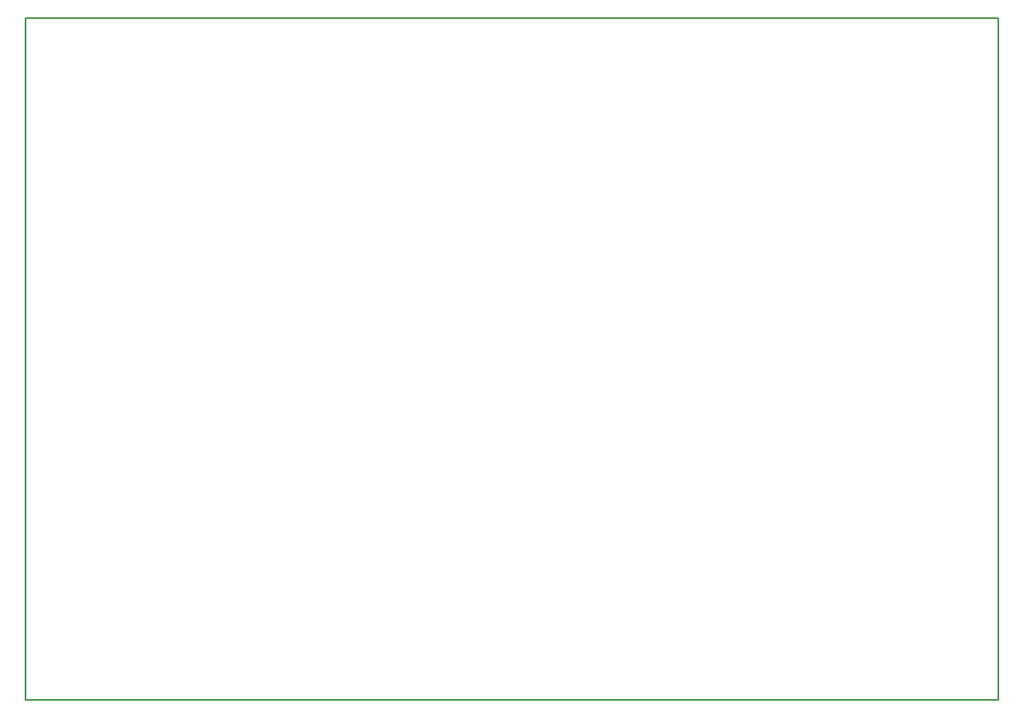
<source format=gbr>
G04 #@! TF.GenerationSoftware,KiCad,Pcbnew,(5.0.1)-4*
G04 #@! TF.CreationDate,2020-04-28T21:10:57-04:00*
G04 #@! TF.ProjectId,EFC_DIY_version,4546435F4449595F76657273696F6E2E,v01*
G04 #@! TF.SameCoordinates,Original*
G04 #@! TF.FileFunction,Profile,NP*
%FSLAX46Y46*%
G04 Gerber Fmt 4.6, Leading zero omitted, Abs format (unit mm)*
G04 Created by KiCad (PCBNEW (5.0.1)-4) date 4/28/2020 9:10:57 PM*
%MOMM*%
%LPD*%
G01*
G04 APERTURE LIST*
%ADD10C,0.200000*%
G04 APERTURE END LIST*
D10*
X220726000Y-38100000D02*
X120650000Y-38100000D01*
X220726000Y-108204000D02*
X220726000Y-38100000D01*
X120650000Y-108204000D02*
X220726000Y-108204000D01*
X120650000Y-38100000D02*
X120650000Y-108204000D01*
M02*

</source>
